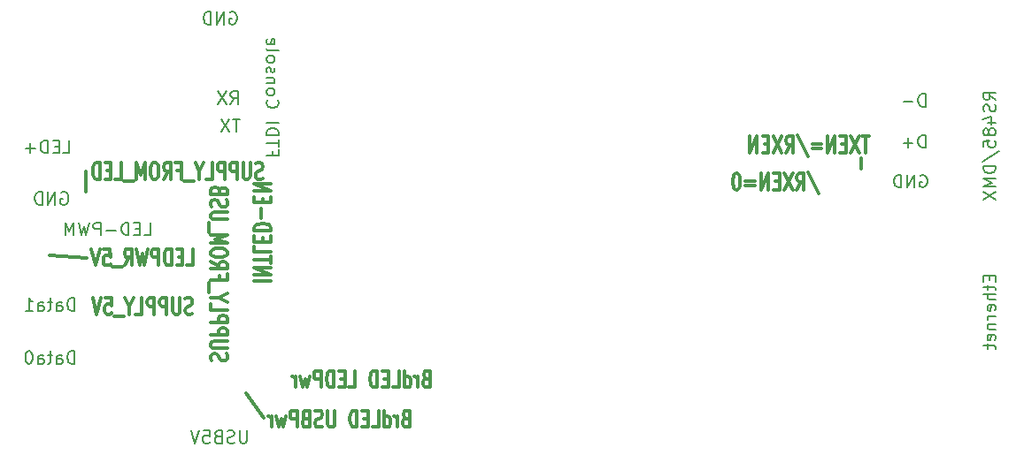
<source format=gbo>
G04 #@! TF.GenerationSoftware,KiCad,Pcbnew,7.0.5-0*
G04 #@! TF.CreationDate,2024-11-09T14:15:42+01:00*
G04 #@! TF.ProjectId,p44mini_lx,7034346d-696e-4695-9f6c-782e6b696361,rev?*
G04 #@! TF.SameCoordinates,Original*
G04 #@! TF.FileFunction,Legend,Bot*
G04 #@! TF.FilePolarity,Positive*
%FSLAX46Y46*%
G04 Gerber Fmt 4.6, Leading zero omitted, Abs format (unit mm)*
G04 Created by KiCad (PCBNEW 7.0.5-0) date 2024-11-09 14:15:42*
%MOMM*%
%LPD*%
G01*
G04 APERTURE LIST*
%ADD10C,0.300000*%
%ADD11C,0.200000*%
G04 APERTURE END LIST*
D10*
X63119000Y-64897000D02*
X66675000Y-65151000D01*
X81915000Y-78105000D02*
X83566000Y-80518000D01*
X140716000Y-55626000D02*
X140716000Y-56642000D01*
X66548000Y-58801000D02*
X66548000Y-56896000D01*
D11*
X146902707Y-50642742D02*
X146902707Y-49442742D01*
X146902707Y-49442742D02*
X146616993Y-49442742D01*
X146616993Y-49442742D02*
X146445564Y-49499885D01*
X146445564Y-49499885D02*
X146331279Y-49614171D01*
X146331279Y-49614171D02*
X146274136Y-49728457D01*
X146274136Y-49728457D02*
X146216993Y-49957028D01*
X146216993Y-49957028D02*
X146216993Y-50128457D01*
X146216993Y-50128457D02*
X146274136Y-50357028D01*
X146274136Y-50357028D02*
X146331279Y-50471314D01*
X146331279Y-50471314D02*
X146445564Y-50585600D01*
X146445564Y-50585600D02*
X146616993Y-50642742D01*
X146616993Y-50642742D02*
X146902707Y-50642742D01*
X145702707Y-50185600D02*
X144788422Y-50185600D01*
X80361136Y-41625885D02*
X80475422Y-41568742D01*
X80475422Y-41568742D02*
X80646850Y-41568742D01*
X80646850Y-41568742D02*
X80818279Y-41625885D01*
X80818279Y-41625885D02*
X80932564Y-41740171D01*
X80932564Y-41740171D02*
X80989707Y-41854457D01*
X80989707Y-41854457D02*
X81046850Y-42083028D01*
X81046850Y-42083028D02*
X81046850Y-42254457D01*
X81046850Y-42254457D02*
X80989707Y-42483028D01*
X80989707Y-42483028D02*
X80932564Y-42597314D01*
X80932564Y-42597314D02*
X80818279Y-42711600D01*
X80818279Y-42711600D02*
X80646850Y-42768742D01*
X80646850Y-42768742D02*
X80532564Y-42768742D01*
X80532564Y-42768742D02*
X80361136Y-42711600D01*
X80361136Y-42711600D02*
X80303993Y-42654457D01*
X80303993Y-42654457D02*
X80303993Y-42254457D01*
X80303993Y-42254457D02*
X80532564Y-42254457D01*
X79789707Y-42768742D02*
X79789707Y-41568742D01*
X79789707Y-41568742D02*
X79103993Y-42768742D01*
X79103993Y-42768742D02*
X79103993Y-41568742D01*
X78532564Y-42768742D02*
X78532564Y-41568742D01*
X78532564Y-41568742D02*
X78246850Y-41568742D01*
X78246850Y-41568742D02*
X78075421Y-41625885D01*
X78075421Y-41625885D02*
X77961136Y-41740171D01*
X77961136Y-41740171D02*
X77903993Y-41854457D01*
X77903993Y-41854457D02*
X77846850Y-42083028D01*
X77846850Y-42083028D02*
X77846850Y-42254457D01*
X77846850Y-42254457D02*
X77903993Y-42483028D01*
X77903993Y-42483028D02*
X77961136Y-42597314D01*
X77961136Y-42597314D02*
X78075421Y-42711600D01*
X78075421Y-42711600D02*
X78246850Y-42768742D01*
X78246850Y-42768742D02*
X78532564Y-42768742D01*
X65495707Y-70200742D02*
X65495707Y-69000742D01*
X65495707Y-69000742D02*
X65209993Y-69000742D01*
X65209993Y-69000742D02*
X65038564Y-69057885D01*
X65038564Y-69057885D02*
X64924279Y-69172171D01*
X64924279Y-69172171D02*
X64867136Y-69286457D01*
X64867136Y-69286457D02*
X64809993Y-69515028D01*
X64809993Y-69515028D02*
X64809993Y-69686457D01*
X64809993Y-69686457D02*
X64867136Y-69915028D01*
X64867136Y-69915028D02*
X64924279Y-70029314D01*
X64924279Y-70029314D02*
X65038564Y-70143600D01*
X65038564Y-70143600D02*
X65209993Y-70200742D01*
X65209993Y-70200742D02*
X65495707Y-70200742D01*
X63781422Y-70200742D02*
X63781422Y-69572171D01*
X63781422Y-69572171D02*
X63838564Y-69457885D01*
X63838564Y-69457885D02*
X63952850Y-69400742D01*
X63952850Y-69400742D02*
X64181422Y-69400742D01*
X64181422Y-69400742D02*
X64295707Y-69457885D01*
X63781422Y-70143600D02*
X63895707Y-70200742D01*
X63895707Y-70200742D02*
X64181422Y-70200742D01*
X64181422Y-70200742D02*
X64295707Y-70143600D01*
X64295707Y-70143600D02*
X64352850Y-70029314D01*
X64352850Y-70029314D02*
X64352850Y-69915028D01*
X64352850Y-69915028D02*
X64295707Y-69800742D01*
X64295707Y-69800742D02*
X64181422Y-69743600D01*
X64181422Y-69743600D02*
X63895707Y-69743600D01*
X63895707Y-69743600D02*
X63781422Y-69686457D01*
X63381422Y-69400742D02*
X62924279Y-69400742D01*
X63209993Y-69000742D02*
X63209993Y-70029314D01*
X63209993Y-70029314D02*
X63152850Y-70143600D01*
X63152850Y-70143600D02*
X63038565Y-70200742D01*
X63038565Y-70200742D02*
X62924279Y-70200742D01*
X62009994Y-70200742D02*
X62009994Y-69572171D01*
X62009994Y-69572171D02*
X62067136Y-69457885D01*
X62067136Y-69457885D02*
X62181422Y-69400742D01*
X62181422Y-69400742D02*
X62409994Y-69400742D01*
X62409994Y-69400742D02*
X62524279Y-69457885D01*
X62009994Y-70143600D02*
X62124279Y-70200742D01*
X62124279Y-70200742D02*
X62409994Y-70200742D01*
X62409994Y-70200742D02*
X62524279Y-70143600D01*
X62524279Y-70143600D02*
X62581422Y-70029314D01*
X62581422Y-70029314D02*
X62581422Y-69915028D01*
X62581422Y-69915028D02*
X62524279Y-69800742D01*
X62524279Y-69800742D02*
X62409994Y-69743600D01*
X62409994Y-69743600D02*
X62124279Y-69743600D01*
X62124279Y-69743600D02*
X62009994Y-69686457D01*
X60809994Y-70200742D02*
X61495708Y-70200742D01*
X61152851Y-70200742D02*
X61152851Y-69000742D01*
X61152851Y-69000742D02*
X61267137Y-69172171D01*
X61267137Y-69172171D02*
X61381422Y-69286457D01*
X61381422Y-69286457D02*
X61495708Y-69343600D01*
X82005707Y-81700742D02*
X82005707Y-82672171D01*
X82005707Y-82672171D02*
X81948564Y-82786457D01*
X81948564Y-82786457D02*
X81891422Y-82843600D01*
X81891422Y-82843600D02*
X81777136Y-82900742D01*
X81777136Y-82900742D02*
X81548564Y-82900742D01*
X81548564Y-82900742D02*
X81434279Y-82843600D01*
X81434279Y-82843600D02*
X81377136Y-82786457D01*
X81377136Y-82786457D02*
X81319993Y-82672171D01*
X81319993Y-82672171D02*
X81319993Y-81700742D01*
X80805707Y-82843600D02*
X80634279Y-82900742D01*
X80634279Y-82900742D02*
X80348564Y-82900742D01*
X80348564Y-82900742D02*
X80234279Y-82843600D01*
X80234279Y-82843600D02*
X80177136Y-82786457D01*
X80177136Y-82786457D02*
X80119993Y-82672171D01*
X80119993Y-82672171D02*
X80119993Y-82557885D01*
X80119993Y-82557885D02*
X80177136Y-82443600D01*
X80177136Y-82443600D02*
X80234279Y-82386457D01*
X80234279Y-82386457D02*
X80348564Y-82329314D01*
X80348564Y-82329314D02*
X80577136Y-82272171D01*
X80577136Y-82272171D02*
X80691421Y-82215028D01*
X80691421Y-82215028D02*
X80748564Y-82157885D01*
X80748564Y-82157885D02*
X80805707Y-82043600D01*
X80805707Y-82043600D02*
X80805707Y-81929314D01*
X80805707Y-81929314D02*
X80748564Y-81815028D01*
X80748564Y-81815028D02*
X80691421Y-81757885D01*
X80691421Y-81757885D02*
X80577136Y-81700742D01*
X80577136Y-81700742D02*
X80291421Y-81700742D01*
X80291421Y-81700742D02*
X80119993Y-81757885D01*
X79205707Y-82272171D02*
X79034279Y-82329314D01*
X79034279Y-82329314D02*
X78977136Y-82386457D01*
X78977136Y-82386457D02*
X78919993Y-82500742D01*
X78919993Y-82500742D02*
X78919993Y-82672171D01*
X78919993Y-82672171D02*
X78977136Y-82786457D01*
X78977136Y-82786457D02*
X79034279Y-82843600D01*
X79034279Y-82843600D02*
X79148564Y-82900742D01*
X79148564Y-82900742D02*
X79605707Y-82900742D01*
X79605707Y-82900742D02*
X79605707Y-81700742D01*
X79605707Y-81700742D02*
X79205707Y-81700742D01*
X79205707Y-81700742D02*
X79091422Y-81757885D01*
X79091422Y-81757885D02*
X79034279Y-81815028D01*
X79034279Y-81815028D02*
X78977136Y-81929314D01*
X78977136Y-81929314D02*
X78977136Y-82043600D01*
X78977136Y-82043600D02*
X79034279Y-82157885D01*
X79034279Y-82157885D02*
X79091422Y-82215028D01*
X79091422Y-82215028D02*
X79205707Y-82272171D01*
X79205707Y-82272171D02*
X79605707Y-82272171D01*
X77834279Y-81700742D02*
X78405707Y-81700742D01*
X78405707Y-81700742D02*
X78462850Y-82272171D01*
X78462850Y-82272171D02*
X78405707Y-82215028D01*
X78405707Y-82215028D02*
X78291422Y-82157885D01*
X78291422Y-82157885D02*
X78005707Y-82157885D01*
X78005707Y-82157885D02*
X77891422Y-82215028D01*
X77891422Y-82215028D02*
X77834279Y-82272171D01*
X77834279Y-82272171D02*
X77777136Y-82386457D01*
X77777136Y-82386457D02*
X77777136Y-82672171D01*
X77777136Y-82672171D02*
X77834279Y-82786457D01*
X77834279Y-82786457D02*
X77891422Y-82843600D01*
X77891422Y-82843600D02*
X78005707Y-82900742D01*
X78005707Y-82900742D02*
X78291422Y-82900742D01*
X78291422Y-82900742D02*
X78405707Y-82843600D01*
X78405707Y-82843600D02*
X78462850Y-82786457D01*
X77434279Y-81700742D02*
X77034279Y-82900742D01*
X77034279Y-82900742D02*
X76634279Y-81700742D01*
X72163279Y-62961742D02*
X72734707Y-62961742D01*
X72734707Y-62961742D02*
X72734707Y-61761742D01*
X71763278Y-62333171D02*
X71363278Y-62333171D01*
X71191850Y-62961742D02*
X71763278Y-62961742D01*
X71763278Y-62961742D02*
X71763278Y-61761742D01*
X71763278Y-61761742D02*
X71191850Y-61761742D01*
X70677564Y-62961742D02*
X70677564Y-61761742D01*
X70677564Y-61761742D02*
X70391850Y-61761742D01*
X70391850Y-61761742D02*
X70220421Y-61818885D01*
X70220421Y-61818885D02*
X70106136Y-61933171D01*
X70106136Y-61933171D02*
X70048993Y-62047457D01*
X70048993Y-62047457D02*
X69991850Y-62276028D01*
X69991850Y-62276028D02*
X69991850Y-62447457D01*
X69991850Y-62447457D02*
X70048993Y-62676028D01*
X70048993Y-62676028D02*
X70106136Y-62790314D01*
X70106136Y-62790314D02*
X70220421Y-62904600D01*
X70220421Y-62904600D02*
X70391850Y-62961742D01*
X70391850Y-62961742D02*
X70677564Y-62961742D01*
X69477564Y-62504600D02*
X68563279Y-62504600D01*
X67991850Y-62961742D02*
X67991850Y-61761742D01*
X67991850Y-61761742D02*
X67534707Y-61761742D01*
X67534707Y-61761742D02*
X67420422Y-61818885D01*
X67420422Y-61818885D02*
X67363279Y-61876028D01*
X67363279Y-61876028D02*
X67306136Y-61990314D01*
X67306136Y-61990314D02*
X67306136Y-62161742D01*
X67306136Y-62161742D02*
X67363279Y-62276028D01*
X67363279Y-62276028D02*
X67420422Y-62333171D01*
X67420422Y-62333171D02*
X67534707Y-62390314D01*
X67534707Y-62390314D02*
X67991850Y-62390314D01*
X66906136Y-61761742D02*
X66620422Y-62961742D01*
X66620422Y-62961742D02*
X66391850Y-62104600D01*
X66391850Y-62104600D02*
X66163279Y-62961742D01*
X66163279Y-62961742D02*
X65877565Y-61761742D01*
X65420421Y-62961742D02*
X65420421Y-61761742D01*
X65420421Y-61761742D02*
X65020421Y-62618885D01*
X65020421Y-62618885D02*
X64620421Y-61761742D01*
X64620421Y-61761742D02*
X64620421Y-62961742D01*
X64416279Y-55087742D02*
X64987707Y-55087742D01*
X64987707Y-55087742D02*
X64987707Y-53887742D01*
X64016278Y-54459171D02*
X63616278Y-54459171D01*
X63444850Y-55087742D02*
X64016278Y-55087742D01*
X64016278Y-55087742D02*
X64016278Y-53887742D01*
X64016278Y-53887742D02*
X63444850Y-53887742D01*
X62930564Y-55087742D02*
X62930564Y-53887742D01*
X62930564Y-53887742D02*
X62644850Y-53887742D01*
X62644850Y-53887742D02*
X62473421Y-53944885D01*
X62473421Y-53944885D02*
X62359136Y-54059171D01*
X62359136Y-54059171D02*
X62301993Y-54173457D01*
X62301993Y-54173457D02*
X62244850Y-54402028D01*
X62244850Y-54402028D02*
X62244850Y-54573457D01*
X62244850Y-54573457D02*
X62301993Y-54802028D01*
X62301993Y-54802028D02*
X62359136Y-54916314D01*
X62359136Y-54916314D02*
X62473421Y-55030600D01*
X62473421Y-55030600D02*
X62644850Y-55087742D01*
X62644850Y-55087742D02*
X62930564Y-55087742D01*
X61730564Y-54630600D02*
X60816279Y-54630600D01*
X61273421Y-55087742D02*
X61273421Y-54173457D01*
X64232136Y-58897885D02*
X64346422Y-58840742D01*
X64346422Y-58840742D02*
X64517850Y-58840742D01*
X64517850Y-58840742D02*
X64689279Y-58897885D01*
X64689279Y-58897885D02*
X64803564Y-59012171D01*
X64803564Y-59012171D02*
X64860707Y-59126457D01*
X64860707Y-59126457D02*
X64917850Y-59355028D01*
X64917850Y-59355028D02*
X64917850Y-59526457D01*
X64917850Y-59526457D02*
X64860707Y-59755028D01*
X64860707Y-59755028D02*
X64803564Y-59869314D01*
X64803564Y-59869314D02*
X64689279Y-59983600D01*
X64689279Y-59983600D02*
X64517850Y-60040742D01*
X64517850Y-60040742D02*
X64403564Y-60040742D01*
X64403564Y-60040742D02*
X64232136Y-59983600D01*
X64232136Y-59983600D02*
X64174993Y-59926457D01*
X64174993Y-59926457D02*
X64174993Y-59526457D01*
X64174993Y-59526457D02*
X64403564Y-59526457D01*
X63660707Y-60040742D02*
X63660707Y-58840742D01*
X63660707Y-58840742D02*
X62974993Y-60040742D01*
X62974993Y-60040742D02*
X62974993Y-58840742D01*
X62403564Y-60040742D02*
X62403564Y-58840742D01*
X62403564Y-58840742D02*
X62117850Y-58840742D01*
X62117850Y-58840742D02*
X61946421Y-58897885D01*
X61946421Y-58897885D02*
X61832136Y-59012171D01*
X61832136Y-59012171D02*
X61774993Y-59126457D01*
X61774993Y-59126457D02*
X61717850Y-59355028D01*
X61717850Y-59355028D02*
X61717850Y-59526457D01*
X61717850Y-59526457D02*
X61774993Y-59755028D01*
X61774993Y-59755028D02*
X61832136Y-59869314D01*
X61832136Y-59869314D02*
X61946421Y-59983600D01*
X61946421Y-59983600D02*
X62117850Y-60040742D01*
X62117850Y-60040742D02*
X62403564Y-60040742D01*
X153639742Y-49998006D02*
X153068314Y-49598006D01*
X153639742Y-49312292D02*
X152439742Y-49312292D01*
X152439742Y-49312292D02*
X152439742Y-49769435D01*
X152439742Y-49769435D02*
X152496885Y-49883720D01*
X152496885Y-49883720D02*
X152554028Y-49940863D01*
X152554028Y-49940863D02*
X152668314Y-49998006D01*
X152668314Y-49998006D02*
X152839742Y-49998006D01*
X152839742Y-49998006D02*
X152954028Y-49940863D01*
X152954028Y-49940863D02*
X153011171Y-49883720D01*
X153011171Y-49883720D02*
X153068314Y-49769435D01*
X153068314Y-49769435D02*
X153068314Y-49312292D01*
X153582600Y-50455149D02*
X153639742Y-50626578D01*
X153639742Y-50626578D02*
X153639742Y-50912292D01*
X153639742Y-50912292D02*
X153582600Y-51026578D01*
X153582600Y-51026578D02*
X153525457Y-51083720D01*
X153525457Y-51083720D02*
X153411171Y-51140863D01*
X153411171Y-51140863D02*
X153296885Y-51140863D01*
X153296885Y-51140863D02*
X153182600Y-51083720D01*
X153182600Y-51083720D02*
X153125457Y-51026578D01*
X153125457Y-51026578D02*
X153068314Y-50912292D01*
X153068314Y-50912292D02*
X153011171Y-50683720D01*
X153011171Y-50683720D02*
X152954028Y-50569435D01*
X152954028Y-50569435D02*
X152896885Y-50512292D01*
X152896885Y-50512292D02*
X152782600Y-50455149D01*
X152782600Y-50455149D02*
X152668314Y-50455149D01*
X152668314Y-50455149D02*
X152554028Y-50512292D01*
X152554028Y-50512292D02*
X152496885Y-50569435D01*
X152496885Y-50569435D02*
X152439742Y-50683720D01*
X152439742Y-50683720D02*
X152439742Y-50969435D01*
X152439742Y-50969435D02*
X152496885Y-51140863D01*
X152839742Y-52169435D02*
X153639742Y-52169435D01*
X152382600Y-51883720D02*
X153239742Y-51598006D01*
X153239742Y-51598006D02*
X153239742Y-52340863D01*
X152954028Y-52969434D02*
X152896885Y-52855149D01*
X152896885Y-52855149D02*
X152839742Y-52798006D01*
X152839742Y-52798006D02*
X152725457Y-52740863D01*
X152725457Y-52740863D02*
X152668314Y-52740863D01*
X152668314Y-52740863D02*
X152554028Y-52798006D01*
X152554028Y-52798006D02*
X152496885Y-52855149D01*
X152496885Y-52855149D02*
X152439742Y-52969434D01*
X152439742Y-52969434D02*
X152439742Y-53198006D01*
X152439742Y-53198006D02*
X152496885Y-53312292D01*
X152496885Y-53312292D02*
X152554028Y-53369434D01*
X152554028Y-53369434D02*
X152668314Y-53426577D01*
X152668314Y-53426577D02*
X152725457Y-53426577D01*
X152725457Y-53426577D02*
X152839742Y-53369434D01*
X152839742Y-53369434D02*
X152896885Y-53312292D01*
X152896885Y-53312292D02*
X152954028Y-53198006D01*
X152954028Y-53198006D02*
X152954028Y-52969434D01*
X152954028Y-52969434D02*
X153011171Y-52855149D01*
X153011171Y-52855149D02*
X153068314Y-52798006D01*
X153068314Y-52798006D02*
X153182600Y-52740863D01*
X153182600Y-52740863D02*
X153411171Y-52740863D01*
X153411171Y-52740863D02*
X153525457Y-52798006D01*
X153525457Y-52798006D02*
X153582600Y-52855149D01*
X153582600Y-52855149D02*
X153639742Y-52969434D01*
X153639742Y-52969434D02*
X153639742Y-53198006D01*
X153639742Y-53198006D02*
X153582600Y-53312292D01*
X153582600Y-53312292D02*
X153525457Y-53369434D01*
X153525457Y-53369434D02*
X153411171Y-53426577D01*
X153411171Y-53426577D02*
X153182600Y-53426577D01*
X153182600Y-53426577D02*
X153068314Y-53369434D01*
X153068314Y-53369434D02*
X153011171Y-53312292D01*
X153011171Y-53312292D02*
X152954028Y-53198006D01*
X152439742Y-54512291D02*
X152439742Y-53940863D01*
X152439742Y-53940863D02*
X153011171Y-53883720D01*
X153011171Y-53883720D02*
X152954028Y-53940863D01*
X152954028Y-53940863D02*
X152896885Y-54055149D01*
X152896885Y-54055149D02*
X152896885Y-54340863D01*
X152896885Y-54340863D02*
X152954028Y-54455149D01*
X152954028Y-54455149D02*
X153011171Y-54512291D01*
X153011171Y-54512291D02*
X153125457Y-54569434D01*
X153125457Y-54569434D02*
X153411171Y-54569434D01*
X153411171Y-54569434D02*
X153525457Y-54512291D01*
X153525457Y-54512291D02*
X153582600Y-54455149D01*
X153582600Y-54455149D02*
X153639742Y-54340863D01*
X153639742Y-54340863D02*
X153639742Y-54055149D01*
X153639742Y-54055149D02*
X153582600Y-53940863D01*
X153582600Y-53940863D02*
X153525457Y-53883720D01*
X152382600Y-55940863D02*
X153925457Y-54912291D01*
X153639742Y-56340863D02*
X152439742Y-56340863D01*
X152439742Y-56340863D02*
X152439742Y-56626577D01*
X152439742Y-56626577D02*
X152496885Y-56798006D01*
X152496885Y-56798006D02*
X152611171Y-56912291D01*
X152611171Y-56912291D02*
X152725457Y-56969434D01*
X152725457Y-56969434D02*
X152954028Y-57026577D01*
X152954028Y-57026577D02*
X153125457Y-57026577D01*
X153125457Y-57026577D02*
X153354028Y-56969434D01*
X153354028Y-56969434D02*
X153468314Y-56912291D01*
X153468314Y-56912291D02*
X153582600Y-56798006D01*
X153582600Y-56798006D02*
X153639742Y-56626577D01*
X153639742Y-56626577D02*
X153639742Y-56340863D01*
X153639742Y-57540863D02*
X152439742Y-57540863D01*
X152439742Y-57540863D02*
X153296885Y-57940863D01*
X153296885Y-57940863D02*
X152439742Y-58340863D01*
X152439742Y-58340863D02*
X153639742Y-58340863D01*
X152439742Y-58798006D02*
X153639742Y-59598006D01*
X152439742Y-59598006D02*
X153639742Y-58798006D01*
X65495707Y-75280742D02*
X65495707Y-74080742D01*
X65495707Y-74080742D02*
X65209993Y-74080742D01*
X65209993Y-74080742D02*
X65038564Y-74137885D01*
X65038564Y-74137885D02*
X64924279Y-74252171D01*
X64924279Y-74252171D02*
X64867136Y-74366457D01*
X64867136Y-74366457D02*
X64809993Y-74595028D01*
X64809993Y-74595028D02*
X64809993Y-74766457D01*
X64809993Y-74766457D02*
X64867136Y-74995028D01*
X64867136Y-74995028D02*
X64924279Y-75109314D01*
X64924279Y-75109314D02*
X65038564Y-75223600D01*
X65038564Y-75223600D02*
X65209993Y-75280742D01*
X65209993Y-75280742D02*
X65495707Y-75280742D01*
X63781422Y-75280742D02*
X63781422Y-74652171D01*
X63781422Y-74652171D02*
X63838564Y-74537885D01*
X63838564Y-74537885D02*
X63952850Y-74480742D01*
X63952850Y-74480742D02*
X64181422Y-74480742D01*
X64181422Y-74480742D02*
X64295707Y-74537885D01*
X63781422Y-75223600D02*
X63895707Y-75280742D01*
X63895707Y-75280742D02*
X64181422Y-75280742D01*
X64181422Y-75280742D02*
X64295707Y-75223600D01*
X64295707Y-75223600D02*
X64352850Y-75109314D01*
X64352850Y-75109314D02*
X64352850Y-74995028D01*
X64352850Y-74995028D02*
X64295707Y-74880742D01*
X64295707Y-74880742D02*
X64181422Y-74823600D01*
X64181422Y-74823600D02*
X63895707Y-74823600D01*
X63895707Y-74823600D02*
X63781422Y-74766457D01*
X63381422Y-74480742D02*
X62924279Y-74480742D01*
X63209993Y-74080742D02*
X63209993Y-75109314D01*
X63209993Y-75109314D02*
X63152850Y-75223600D01*
X63152850Y-75223600D02*
X63038565Y-75280742D01*
X63038565Y-75280742D02*
X62924279Y-75280742D01*
X62009994Y-75280742D02*
X62009994Y-74652171D01*
X62009994Y-74652171D02*
X62067136Y-74537885D01*
X62067136Y-74537885D02*
X62181422Y-74480742D01*
X62181422Y-74480742D02*
X62409994Y-74480742D01*
X62409994Y-74480742D02*
X62524279Y-74537885D01*
X62009994Y-75223600D02*
X62124279Y-75280742D01*
X62124279Y-75280742D02*
X62409994Y-75280742D01*
X62409994Y-75280742D02*
X62524279Y-75223600D01*
X62524279Y-75223600D02*
X62581422Y-75109314D01*
X62581422Y-75109314D02*
X62581422Y-74995028D01*
X62581422Y-74995028D02*
X62524279Y-74880742D01*
X62524279Y-74880742D02*
X62409994Y-74823600D01*
X62409994Y-74823600D02*
X62124279Y-74823600D01*
X62124279Y-74823600D02*
X62009994Y-74766457D01*
X61209994Y-74080742D02*
X61095708Y-74080742D01*
X61095708Y-74080742D02*
X60981422Y-74137885D01*
X60981422Y-74137885D02*
X60924280Y-74195028D01*
X60924280Y-74195028D02*
X60867137Y-74309314D01*
X60867137Y-74309314D02*
X60809994Y-74537885D01*
X60809994Y-74537885D02*
X60809994Y-74823600D01*
X60809994Y-74823600D02*
X60867137Y-75052171D01*
X60867137Y-75052171D02*
X60924280Y-75166457D01*
X60924280Y-75166457D02*
X60981422Y-75223600D01*
X60981422Y-75223600D02*
X61095708Y-75280742D01*
X61095708Y-75280742D02*
X61209994Y-75280742D01*
X61209994Y-75280742D02*
X61324280Y-75223600D01*
X61324280Y-75223600D02*
X61381422Y-75166457D01*
X61381422Y-75166457D02*
X61438565Y-75052171D01*
X61438565Y-75052171D02*
X61495708Y-74823600D01*
X61495708Y-74823600D02*
X61495708Y-74537885D01*
X61495708Y-74537885D02*
X61438565Y-74309314D01*
X61438565Y-74309314D02*
X61381422Y-74195028D01*
X61381422Y-74195028D02*
X61324280Y-74137885D01*
X61324280Y-74137885D02*
X61209994Y-74080742D01*
X153011171Y-66838292D02*
X153011171Y-67238292D01*
X153639742Y-67409720D02*
X153639742Y-66838292D01*
X153639742Y-66838292D02*
X152439742Y-66838292D01*
X152439742Y-66838292D02*
X152439742Y-67409720D01*
X152839742Y-67752577D02*
X152839742Y-68209720D01*
X152439742Y-67924006D02*
X153468314Y-67924006D01*
X153468314Y-67924006D02*
X153582600Y-67981149D01*
X153582600Y-67981149D02*
X153639742Y-68095434D01*
X153639742Y-68095434D02*
X153639742Y-68209720D01*
X153639742Y-68609720D02*
X152439742Y-68609720D01*
X153639742Y-69124006D02*
X153011171Y-69124006D01*
X153011171Y-69124006D02*
X152896885Y-69066863D01*
X152896885Y-69066863D02*
X152839742Y-68952577D01*
X152839742Y-68952577D02*
X152839742Y-68781148D01*
X152839742Y-68781148D02*
X152896885Y-68666863D01*
X152896885Y-68666863D02*
X152954028Y-68609720D01*
X153582600Y-70152577D02*
X153639742Y-70038291D01*
X153639742Y-70038291D02*
X153639742Y-69809720D01*
X153639742Y-69809720D02*
X153582600Y-69695434D01*
X153582600Y-69695434D02*
X153468314Y-69638291D01*
X153468314Y-69638291D02*
X153011171Y-69638291D01*
X153011171Y-69638291D02*
X152896885Y-69695434D01*
X152896885Y-69695434D02*
X152839742Y-69809720D01*
X152839742Y-69809720D02*
X152839742Y-70038291D01*
X152839742Y-70038291D02*
X152896885Y-70152577D01*
X152896885Y-70152577D02*
X153011171Y-70209720D01*
X153011171Y-70209720D02*
X153125457Y-70209720D01*
X153125457Y-70209720D02*
X153239742Y-69638291D01*
X153639742Y-70724005D02*
X152839742Y-70724005D01*
X153068314Y-70724005D02*
X152954028Y-70781148D01*
X152954028Y-70781148D02*
X152896885Y-70838291D01*
X152896885Y-70838291D02*
X152839742Y-70952576D01*
X152839742Y-70952576D02*
X152839742Y-71066862D01*
X152839742Y-71466862D02*
X153639742Y-71466862D01*
X152954028Y-71466862D02*
X152896885Y-71524005D01*
X152896885Y-71524005D02*
X152839742Y-71638290D01*
X152839742Y-71638290D02*
X152839742Y-71809719D01*
X152839742Y-71809719D02*
X152896885Y-71924005D01*
X152896885Y-71924005D02*
X153011171Y-71981148D01*
X153011171Y-71981148D02*
X153639742Y-71981148D01*
X153582600Y-73009719D02*
X153639742Y-72895433D01*
X153639742Y-72895433D02*
X153639742Y-72666862D01*
X153639742Y-72666862D02*
X153582600Y-72552576D01*
X153582600Y-72552576D02*
X153468314Y-72495433D01*
X153468314Y-72495433D02*
X153011171Y-72495433D01*
X153011171Y-72495433D02*
X152896885Y-72552576D01*
X152896885Y-72552576D02*
X152839742Y-72666862D01*
X152839742Y-72666862D02*
X152839742Y-72895433D01*
X152839742Y-72895433D02*
X152896885Y-73009719D01*
X152896885Y-73009719D02*
X153011171Y-73066862D01*
X153011171Y-73066862D02*
X153125457Y-73066862D01*
X153125457Y-73066862D02*
X153239742Y-72495433D01*
X152839742Y-73409718D02*
X152839742Y-73866861D01*
X152439742Y-73581147D02*
X153468314Y-73581147D01*
X153468314Y-73581147D02*
X153582600Y-73638290D01*
X153582600Y-73638290D02*
X153639742Y-73752575D01*
X153639742Y-73752575D02*
X153639742Y-73866861D01*
X81288136Y-51855742D02*
X80602422Y-51855742D01*
X80945279Y-53055742D02*
X80945279Y-51855742D01*
X80316707Y-51855742D02*
X79516707Y-53055742D01*
X79516707Y-51855742D02*
X80316707Y-53055742D01*
X146902707Y-54579742D02*
X146902707Y-53379742D01*
X146902707Y-53379742D02*
X146616993Y-53379742D01*
X146616993Y-53379742D02*
X146445564Y-53436885D01*
X146445564Y-53436885D02*
X146331279Y-53551171D01*
X146331279Y-53551171D02*
X146274136Y-53665457D01*
X146274136Y-53665457D02*
X146216993Y-53894028D01*
X146216993Y-53894028D02*
X146216993Y-54065457D01*
X146216993Y-54065457D02*
X146274136Y-54294028D01*
X146274136Y-54294028D02*
X146331279Y-54408314D01*
X146331279Y-54408314D02*
X146445564Y-54522600D01*
X146445564Y-54522600D02*
X146616993Y-54579742D01*
X146616993Y-54579742D02*
X146902707Y-54579742D01*
X145702707Y-54122600D02*
X144788422Y-54122600D01*
X145245564Y-54579742D02*
X145245564Y-53665457D01*
X84478828Y-54935707D02*
X84478828Y-55335707D01*
X83850257Y-55335707D02*
X85050257Y-55335707D01*
X85050257Y-55335707D02*
X85050257Y-54764279D01*
X85050257Y-54478565D02*
X85050257Y-53792851D01*
X83850257Y-54135708D02*
X85050257Y-54135708D01*
X83850257Y-53392850D02*
X85050257Y-53392850D01*
X85050257Y-53392850D02*
X85050257Y-53107136D01*
X85050257Y-53107136D02*
X84993114Y-52935707D01*
X84993114Y-52935707D02*
X84878828Y-52821422D01*
X84878828Y-52821422D02*
X84764542Y-52764279D01*
X84764542Y-52764279D02*
X84535971Y-52707136D01*
X84535971Y-52707136D02*
X84364542Y-52707136D01*
X84364542Y-52707136D02*
X84135971Y-52764279D01*
X84135971Y-52764279D02*
X84021685Y-52821422D01*
X84021685Y-52821422D02*
X83907400Y-52935707D01*
X83907400Y-52935707D02*
X83850257Y-53107136D01*
X83850257Y-53107136D02*
X83850257Y-53392850D01*
X83850257Y-52192850D02*
X85050257Y-52192850D01*
X83964542Y-50021421D02*
X83907400Y-50078564D01*
X83907400Y-50078564D02*
X83850257Y-50249992D01*
X83850257Y-50249992D02*
X83850257Y-50364278D01*
X83850257Y-50364278D02*
X83907400Y-50535707D01*
X83907400Y-50535707D02*
X84021685Y-50649992D01*
X84021685Y-50649992D02*
X84135971Y-50707135D01*
X84135971Y-50707135D02*
X84364542Y-50764278D01*
X84364542Y-50764278D02*
X84535971Y-50764278D01*
X84535971Y-50764278D02*
X84764542Y-50707135D01*
X84764542Y-50707135D02*
X84878828Y-50649992D01*
X84878828Y-50649992D02*
X84993114Y-50535707D01*
X84993114Y-50535707D02*
X85050257Y-50364278D01*
X85050257Y-50364278D02*
X85050257Y-50249992D01*
X85050257Y-50249992D02*
X84993114Y-50078564D01*
X84993114Y-50078564D02*
X84935971Y-50021421D01*
X83850257Y-49335707D02*
X83907400Y-49449992D01*
X83907400Y-49449992D02*
X83964542Y-49507135D01*
X83964542Y-49507135D02*
X84078828Y-49564278D01*
X84078828Y-49564278D02*
X84421685Y-49564278D01*
X84421685Y-49564278D02*
X84535971Y-49507135D01*
X84535971Y-49507135D02*
X84593114Y-49449992D01*
X84593114Y-49449992D02*
X84650257Y-49335707D01*
X84650257Y-49335707D02*
X84650257Y-49164278D01*
X84650257Y-49164278D02*
X84593114Y-49049992D01*
X84593114Y-49049992D02*
X84535971Y-48992850D01*
X84535971Y-48992850D02*
X84421685Y-48935707D01*
X84421685Y-48935707D02*
X84078828Y-48935707D01*
X84078828Y-48935707D02*
X83964542Y-48992850D01*
X83964542Y-48992850D02*
X83907400Y-49049992D01*
X83907400Y-49049992D02*
X83850257Y-49164278D01*
X83850257Y-49164278D02*
X83850257Y-49335707D01*
X84650257Y-48421421D02*
X83850257Y-48421421D01*
X84535971Y-48421421D02*
X84593114Y-48364278D01*
X84593114Y-48364278D02*
X84650257Y-48249993D01*
X84650257Y-48249993D02*
X84650257Y-48078564D01*
X84650257Y-48078564D02*
X84593114Y-47964278D01*
X84593114Y-47964278D02*
X84478828Y-47907136D01*
X84478828Y-47907136D02*
X83850257Y-47907136D01*
X83907400Y-47392850D02*
X83850257Y-47278564D01*
X83850257Y-47278564D02*
X83850257Y-47049993D01*
X83850257Y-47049993D02*
X83907400Y-46935707D01*
X83907400Y-46935707D02*
X84021685Y-46878564D01*
X84021685Y-46878564D02*
X84078828Y-46878564D01*
X84078828Y-46878564D02*
X84193114Y-46935707D01*
X84193114Y-46935707D02*
X84250257Y-47049993D01*
X84250257Y-47049993D02*
X84250257Y-47221422D01*
X84250257Y-47221422D02*
X84307400Y-47335707D01*
X84307400Y-47335707D02*
X84421685Y-47392850D01*
X84421685Y-47392850D02*
X84478828Y-47392850D01*
X84478828Y-47392850D02*
X84593114Y-47335707D01*
X84593114Y-47335707D02*
X84650257Y-47221422D01*
X84650257Y-47221422D02*
X84650257Y-47049993D01*
X84650257Y-47049993D02*
X84593114Y-46935707D01*
X83850257Y-46192850D02*
X83907400Y-46307135D01*
X83907400Y-46307135D02*
X83964542Y-46364278D01*
X83964542Y-46364278D02*
X84078828Y-46421421D01*
X84078828Y-46421421D02*
X84421685Y-46421421D01*
X84421685Y-46421421D02*
X84535971Y-46364278D01*
X84535971Y-46364278D02*
X84593114Y-46307135D01*
X84593114Y-46307135D02*
X84650257Y-46192850D01*
X84650257Y-46192850D02*
X84650257Y-46021421D01*
X84650257Y-46021421D02*
X84593114Y-45907135D01*
X84593114Y-45907135D02*
X84535971Y-45849993D01*
X84535971Y-45849993D02*
X84421685Y-45792850D01*
X84421685Y-45792850D02*
X84078828Y-45792850D01*
X84078828Y-45792850D02*
X83964542Y-45849993D01*
X83964542Y-45849993D02*
X83907400Y-45907135D01*
X83907400Y-45907135D02*
X83850257Y-46021421D01*
X83850257Y-46021421D02*
X83850257Y-46192850D01*
X83850257Y-45107136D02*
X83907400Y-45221421D01*
X83907400Y-45221421D02*
X84021685Y-45278564D01*
X84021685Y-45278564D02*
X85050257Y-45278564D01*
X83907400Y-44192850D02*
X83850257Y-44307136D01*
X83850257Y-44307136D02*
X83850257Y-44535708D01*
X83850257Y-44535708D02*
X83907400Y-44649993D01*
X83907400Y-44649993D02*
X84021685Y-44707136D01*
X84021685Y-44707136D02*
X84478828Y-44707136D01*
X84478828Y-44707136D02*
X84593114Y-44649993D01*
X84593114Y-44649993D02*
X84650257Y-44535708D01*
X84650257Y-44535708D02*
X84650257Y-44307136D01*
X84650257Y-44307136D02*
X84593114Y-44192850D01*
X84593114Y-44192850D02*
X84478828Y-44135708D01*
X84478828Y-44135708D02*
X84364542Y-44135708D01*
X84364542Y-44135708D02*
X84250257Y-44707136D01*
X80430993Y-50388742D02*
X80830993Y-49817314D01*
X81116707Y-50388742D02*
X81116707Y-49188742D01*
X81116707Y-49188742D02*
X80659564Y-49188742D01*
X80659564Y-49188742D02*
X80545279Y-49245885D01*
X80545279Y-49245885D02*
X80488136Y-49303028D01*
X80488136Y-49303028D02*
X80430993Y-49417314D01*
X80430993Y-49417314D02*
X80430993Y-49588742D01*
X80430993Y-49588742D02*
X80488136Y-49703028D01*
X80488136Y-49703028D02*
X80545279Y-49760171D01*
X80545279Y-49760171D02*
X80659564Y-49817314D01*
X80659564Y-49817314D02*
X81116707Y-49817314D01*
X80030993Y-49188742D02*
X79230993Y-50388742D01*
X79230993Y-49188742D02*
X80030993Y-50388742D01*
X146401136Y-57246885D02*
X146515422Y-57189742D01*
X146515422Y-57189742D02*
X146686850Y-57189742D01*
X146686850Y-57189742D02*
X146858279Y-57246885D01*
X146858279Y-57246885D02*
X146972564Y-57361171D01*
X146972564Y-57361171D02*
X147029707Y-57475457D01*
X147029707Y-57475457D02*
X147086850Y-57704028D01*
X147086850Y-57704028D02*
X147086850Y-57875457D01*
X147086850Y-57875457D02*
X147029707Y-58104028D01*
X147029707Y-58104028D02*
X146972564Y-58218314D01*
X146972564Y-58218314D02*
X146858279Y-58332600D01*
X146858279Y-58332600D02*
X146686850Y-58389742D01*
X146686850Y-58389742D02*
X146572564Y-58389742D01*
X146572564Y-58389742D02*
X146401136Y-58332600D01*
X146401136Y-58332600D02*
X146343993Y-58275457D01*
X146343993Y-58275457D02*
X146343993Y-57875457D01*
X146343993Y-57875457D02*
X146572564Y-57875457D01*
X145829707Y-58389742D02*
X145829707Y-57189742D01*
X145829707Y-57189742D02*
X145143993Y-58389742D01*
X145143993Y-58389742D02*
X145143993Y-57189742D01*
X144572564Y-58389742D02*
X144572564Y-57189742D01*
X144572564Y-57189742D02*
X144286850Y-57189742D01*
X144286850Y-57189742D02*
X144115421Y-57246885D01*
X144115421Y-57246885D02*
X144001136Y-57361171D01*
X144001136Y-57361171D02*
X143943993Y-57475457D01*
X143943993Y-57475457D02*
X143886850Y-57704028D01*
X143886850Y-57704028D02*
X143886850Y-57875457D01*
X143886850Y-57875457D02*
X143943993Y-58104028D01*
X143943993Y-58104028D02*
X144001136Y-58218314D01*
X144001136Y-58218314D02*
X144115421Y-58332600D01*
X144115421Y-58332600D02*
X144286850Y-58389742D01*
X144286850Y-58389742D02*
X144572564Y-58389742D01*
D10*
X78599600Y-75012060D02*
X78523409Y-74840632D01*
X78523409Y-74840632D02*
X78523409Y-74554917D01*
X78523409Y-74554917D02*
X78599600Y-74440632D01*
X78599600Y-74440632D02*
X78675790Y-74383489D01*
X78675790Y-74383489D02*
X78828171Y-74326346D01*
X78828171Y-74326346D02*
X78980552Y-74326346D01*
X78980552Y-74326346D02*
X79132933Y-74383489D01*
X79132933Y-74383489D02*
X79209123Y-74440632D01*
X79209123Y-74440632D02*
X79285314Y-74554917D01*
X79285314Y-74554917D02*
X79361504Y-74783489D01*
X79361504Y-74783489D02*
X79437695Y-74897774D01*
X79437695Y-74897774D02*
X79513885Y-74954917D01*
X79513885Y-74954917D02*
X79666266Y-75012060D01*
X79666266Y-75012060D02*
X79818647Y-75012060D01*
X79818647Y-75012060D02*
X79971028Y-74954917D01*
X79971028Y-74954917D02*
X80047219Y-74897774D01*
X80047219Y-74897774D02*
X80123409Y-74783489D01*
X80123409Y-74783489D02*
X80123409Y-74497774D01*
X80123409Y-74497774D02*
X80047219Y-74326346D01*
X80123409Y-73812060D02*
X78828171Y-73812060D01*
X78828171Y-73812060D02*
X78675790Y-73754917D01*
X78675790Y-73754917D02*
X78599600Y-73697775D01*
X78599600Y-73697775D02*
X78523409Y-73583489D01*
X78523409Y-73583489D02*
X78523409Y-73354917D01*
X78523409Y-73354917D02*
X78599600Y-73240632D01*
X78599600Y-73240632D02*
X78675790Y-73183489D01*
X78675790Y-73183489D02*
X78828171Y-73126346D01*
X78828171Y-73126346D02*
X80123409Y-73126346D01*
X78523409Y-72554917D02*
X80123409Y-72554917D01*
X80123409Y-72554917D02*
X80123409Y-72097774D01*
X80123409Y-72097774D02*
X80047219Y-71983489D01*
X80047219Y-71983489D02*
X79971028Y-71926346D01*
X79971028Y-71926346D02*
X79818647Y-71869203D01*
X79818647Y-71869203D02*
X79590076Y-71869203D01*
X79590076Y-71869203D02*
X79437695Y-71926346D01*
X79437695Y-71926346D02*
X79361504Y-71983489D01*
X79361504Y-71983489D02*
X79285314Y-72097774D01*
X79285314Y-72097774D02*
X79285314Y-72554917D01*
X78523409Y-71354917D02*
X80123409Y-71354917D01*
X80123409Y-71354917D02*
X80123409Y-70897774D01*
X80123409Y-70897774D02*
X80047219Y-70783489D01*
X80047219Y-70783489D02*
X79971028Y-70726346D01*
X79971028Y-70726346D02*
X79818647Y-70669203D01*
X79818647Y-70669203D02*
X79590076Y-70669203D01*
X79590076Y-70669203D02*
X79437695Y-70726346D01*
X79437695Y-70726346D02*
X79361504Y-70783489D01*
X79361504Y-70783489D02*
X79285314Y-70897774D01*
X79285314Y-70897774D02*
X79285314Y-71354917D01*
X78523409Y-69583489D02*
X78523409Y-70154917D01*
X78523409Y-70154917D02*
X80123409Y-70154917D01*
X79285314Y-68954917D02*
X78523409Y-68954917D01*
X80123409Y-69354917D02*
X79285314Y-68954917D01*
X79285314Y-68954917D02*
X80123409Y-68554917D01*
X78371028Y-68440632D02*
X78371028Y-67526346D01*
X79361504Y-66840631D02*
X79361504Y-67240631D01*
X78523409Y-67240631D02*
X80123409Y-67240631D01*
X80123409Y-67240631D02*
X80123409Y-66669203D01*
X78523409Y-65526346D02*
X79285314Y-65926346D01*
X78523409Y-66212060D02*
X80123409Y-66212060D01*
X80123409Y-66212060D02*
X80123409Y-65754917D01*
X80123409Y-65754917D02*
X80047219Y-65640632D01*
X80047219Y-65640632D02*
X79971028Y-65583489D01*
X79971028Y-65583489D02*
X79818647Y-65526346D01*
X79818647Y-65526346D02*
X79590076Y-65526346D01*
X79590076Y-65526346D02*
X79437695Y-65583489D01*
X79437695Y-65583489D02*
X79361504Y-65640632D01*
X79361504Y-65640632D02*
X79285314Y-65754917D01*
X79285314Y-65754917D02*
X79285314Y-66212060D01*
X80123409Y-64783489D02*
X80123409Y-64554917D01*
X80123409Y-64554917D02*
X80047219Y-64440632D01*
X80047219Y-64440632D02*
X79894838Y-64326346D01*
X79894838Y-64326346D02*
X79590076Y-64269203D01*
X79590076Y-64269203D02*
X79056742Y-64269203D01*
X79056742Y-64269203D02*
X78751980Y-64326346D01*
X78751980Y-64326346D02*
X78599600Y-64440632D01*
X78599600Y-64440632D02*
X78523409Y-64554917D01*
X78523409Y-64554917D02*
X78523409Y-64783489D01*
X78523409Y-64783489D02*
X78599600Y-64897775D01*
X78599600Y-64897775D02*
X78751980Y-65012060D01*
X78751980Y-65012060D02*
X79056742Y-65069203D01*
X79056742Y-65069203D02*
X79590076Y-65069203D01*
X79590076Y-65069203D02*
X79894838Y-65012060D01*
X79894838Y-65012060D02*
X80047219Y-64897775D01*
X80047219Y-64897775D02*
X80123409Y-64783489D01*
X78523409Y-63754917D02*
X80123409Y-63754917D01*
X80123409Y-63754917D02*
X78980552Y-63354917D01*
X78980552Y-63354917D02*
X80123409Y-62954917D01*
X80123409Y-62954917D02*
X78523409Y-62954917D01*
X78371028Y-62669203D02*
X78371028Y-61754917D01*
X80123409Y-61469202D02*
X78828171Y-61469202D01*
X78828171Y-61469202D02*
X78675790Y-61412059D01*
X78675790Y-61412059D02*
X78599600Y-61354917D01*
X78599600Y-61354917D02*
X78523409Y-61240631D01*
X78523409Y-61240631D02*
X78523409Y-61012059D01*
X78523409Y-61012059D02*
X78599600Y-60897774D01*
X78599600Y-60897774D02*
X78675790Y-60840631D01*
X78675790Y-60840631D02*
X78828171Y-60783488D01*
X78828171Y-60783488D02*
X80123409Y-60783488D01*
X78599600Y-60269202D02*
X78523409Y-60097774D01*
X78523409Y-60097774D02*
X78523409Y-59812059D01*
X78523409Y-59812059D02*
X78599600Y-59697774D01*
X78599600Y-59697774D02*
X78675790Y-59640631D01*
X78675790Y-59640631D02*
X78828171Y-59583488D01*
X78828171Y-59583488D02*
X78980552Y-59583488D01*
X78980552Y-59583488D02*
X79132933Y-59640631D01*
X79132933Y-59640631D02*
X79209123Y-59697774D01*
X79209123Y-59697774D02*
X79285314Y-59812059D01*
X79285314Y-59812059D02*
X79361504Y-60040631D01*
X79361504Y-60040631D02*
X79437695Y-60154916D01*
X79437695Y-60154916D02*
X79513885Y-60212059D01*
X79513885Y-60212059D02*
X79666266Y-60269202D01*
X79666266Y-60269202D02*
X79818647Y-60269202D01*
X79818647Y-60269202D02*
X79971028Y-60212059D01*
X79971028Y-60212059D02*
X80047219Y-60154916D01*
X80047219Y-60154916D02*
X80123409Y-60040631D01*
X80123409Y-60040631D02*
X80123409Y-59754916D01*
X80123409Y-59754916D02*
X80047219Y-59583488D01*
X79361504Y-58669202D02*
X79285314Y-58497774D01*
X79285314Y-58497774D02*
X79209123Y-58440631D01*
X79209123Y-58440631D02*
X79056742Y-58383488D01*
X79056742Y-58383488D02*
X78828171Y-58383488D01*
X78828171Y-58383488D02*
X78675790Y-58440631D01*
X78675790Y-58440631D02*
X78599600Y-58497774D01*
X78599600Y-58497774D02*
X78523409Y-58612059D01*
X78523409Y-58612059D02*
X78523409Y-59069202D01*
X78523409Y-59069202D02*
X80123409Y-59069202D01*
X80123409Y-59069202D02*
X80123409Y-58669202D01*
X80123409Y-58669202D02*
X80047219Y-58554917D01*
X80047219Y-58554917D02*
X79971028Y-58497774D01*
X79971028Y-58497774D02*
X79818647Y-58440631D01*
X79818647Y-58440631D02*
X79666266Y-58440631D01*
X79666266Y-58440631D02*
X79513885Y-58497774D01*
X79513885Y-58497774D02*
X79437695Y-58554917D01*
X79437695Y-58554917D02*
X79361504Y-58669202D01*
X79361504Y-58669202D02*
X79361504Y-59069202D01*
X82714409Y-67334917D02*
X84314409Y-67334917D01*
X82714409Y-66763488D02*
X84314409Y-66763488D01*
X84314409Y-66763488D02*
X82714409Y-66077774D01*
X82714409Y-66077774D02*
X84314409Y-66077774D01*
X84314409Y-65677774D02*
X84314409Y-64992060D01*
X82714409Y-65334917D02*
X84314409Y-65334917D01*
X82714409Y-64020631D02*
X82714409Y-64592059D01*
X82714409Y-64592059D02*
X84314409Y-64592059D01*
X83552504Y-63620630D02*
X83552504Y-63220630D01*
X82714409Y-63049202D02*
X82714409Y-63620630D01*
X82714409Y-63620630D02*
X84314409Y-63620630D01*
X84314409Y-63620630D02*
X84314409Y-63049202D01*
X82714409Y-62534916D02*
X84314409Y-62534916D01*
X84314409Y-62534916D02*
X84314409Y-62249202D01*
X84314409Y-62249202D02*
X84238219Y-62077773D01*
X84238219Y-62077773D02*
X84085838Y-61963488D01*
X84085838Y-61963488D02*
X83933457Y-61906345D01*
X83933457Y-61906345D02*
X83628695Y-61849202D01*
X83628695Y-61849202D02*
X83400123Y-61849202D01*
X83400123Y-61849202D02*
X83095361Y-61906345D01*
X83095361Y-61906345D02*
X82942980Y-61963488D01*
X82942980Y-61963488D02*
X82790600Y-62077773D01*
X82790600Y-62077773D02*
X82714409Y-62249202D01*
X82714409Y-62249202D02*
X82714409Y-62534916D01*
X83323933Y-61334916D02*
X83323933Y-60420631D01*
X83552504Y-59849202D02*
X83552504Y-59449202D01*
X82714409Y-59277774D02*
X82714409Y-59849202D01*
X82714409Y-59849202D02*
X84314409Y-59849202D01*
X84314409Y-59849202D02*
X84314409Y-59277774D01*
X82714409Y-58763488D02*
X84314409Y-58763488D01*
X84314409Y-58763488D02*
X82714409Y-58077774D01*
X82714409Y-58077774D02*
X84314409Y-58077774D01*
X97204653Y-80531495D02*
X97033225Y-80607685D01*
X97033225Y-80607685D02*
X96976082Y-80683876D01*
X96976082Y-80683876D02*
X96918939Y-80836257D01*
X96918939Y-80836257D02*
X96918939Y-81064828D01*
X96918939Y-81064828D02*
X96976082Y-81217209D01*
X96976082Y-81217209D02*
X97033225Y-81293400D01*
X97033225Y-81293400D02*
X97147510Y-81369590D01*
X97147510Y-81369590D02*
X97604653Y-81369590D01*
X97604653Y-81369590D02*
X97604653Y-79769590D01*
X97604653Y-79769590D02*
X97204653Y-79769590D01*
X97204653Y-79769590D02*
X97090368Y-79845780D01*
X97090368Y-79845780D02*
X97033225Y-79921971D01*
X97033225Y-79921971D02*
X96976082Y-80074352D01*
X96976082Y-80074352D02*
X96976082Y-80226733D01*
X96976082Y-80226733D02*
X97033225Y-80379114D01*
X97033225Y-80379114D02*
X97090368Y-80455304D01*
X97090368Y-80455304D02*
X97204653Y-80531495D01*
X97204653Y-80531495D02*
X97604653Y-80531495D01*
X96404653Y-81369590D02*
X96404653Y-80302923D01*
X96404653Y-80607685D02*
X96347510Y-80455304D01*
X96347510Y-80455304D02*
X96290368Y-80379114D01*
X96290368Y-80379114D02*
X96176082Y-80302923D01*
X96176082Y-80302923D02*
X96061796Y-80302923D01*
X95147511Y-81369590D02*
X95147511Y-79769590D01*
X95147511Y-81293400D02*
X95261796Y-81369590D01*
X95261796Y-81369590D02*
X95490368Y-81369590D01*
X95490368Y-81369590D02*
X95604653Y-81293400D01*
X95604653Y-81293400D02*
X95661796Y-81217209D01*
X95661796Y-81217209D02*
X95718939Y-81064828D01*
X95718939Y-81064828D02*
X95718939Y-80607685D01*
X95718939Y-80607685D02*
X95661796Y-80455304D01*
X95661796Y-80455304D02*
X95604653Y-80379114D01*
X95604653Y-80379114D02*
X95490368Y-80302923D01*
X95490368Y-80302923D02*
X95261796Y-80302923D01*
X95261796Y-80302923D02*
X95147511Y-80379114D01*
X94004654Y-81369590D02*
X94576082Y-81369590D01*
X94576082Y-81369590D02*
X94576082Y-79769590D01*
X93604653Y-80531495D02*
X93204653Y-80531495D01*
X93033225Y-81369590D02*
X93604653Y-81369590D01*
X93604653Y-81369590D02*
X93604653Y-79769590D01*
X93604653Y-79769590D02*
X93033225Y-79769590D01*
X92518939Y-81369590D02*
X92518939Y-79769590D01*
X92518939Y-79769590D02*
X92233225Y-79769590D01*
X92233225Y-79769590D02*
X92061796Y-79845780D01*
X92061796Y-79845780D02*
X91947511Y-79998161D01*
X91947511Y-79998161D02*
X91890368Y-80150542D01*
X91890368Y-80150542D02*
X91833225Y-80455304D01*
X91833225Y-80455304D02*
X91833225Y-80683876D01*
X91833225Y-80683876D02*
X91890368Y-80988638D01*
X91890368Y-80988638D02*
X91947511Y-81141019D01*
X91947511Y-81141019D02*
X92061796Y-81293400D01*
X92061796Y-81293400D02*
X92233225Y-81369590D01*
X92233225Y-81369590D02*
X92518939Y-81369590D01*
X90404653Y-79769590D02*
X90404653Y-81064828D01*
X90404653Y-81064828D02*
X90347510Y-81217209D01*
X90347510Y-81217209D02*
X90290368Y-81293400D01*
X90290368Y-81293400D02*
X90176082Y-81369590D01*
X90176082Y-81369590D02*
X89947510Y-81369590D01*
X89947510Y-81369590D02*
X89833225Y-81293400D01*
X89833225Y-81293400D02*
X89776082Y-81217209D01*
X89776082Y-81217209D02*
X89718939Y-81064828D01*
X89718939Y-81064828D02*
X89718939Y-79769590D01*
X89204653Y-81293400D02*
X89033225Y-81369590D01*
X89033225Y-81369590D02*
X88747510Y-81369590D01*
X88747510Y-81369590D02*
X88633225Y-81293400D01*
X88633225Y-81293400D02*
X88576082Y-81217209D01*
X88576082Y-81217209D02*
X88518939Y-81064828D01*
X88518939Y-81064828D02*
X88518939Y-80912447D01*
X88518939Y-80912447D02*
X88576082Y-80760066D01*
X88576082Y-80760066D02*
X88633225Y-80683876D01*
X88633225Y-80683876D02*
X88747510Y-80607685D01*
X88747510Y-80607685D02*
X88976082Y-80531495D01*
X88976082Y-80531495D02*
X89090367Y-80455304D01*
X89090367Y-80455304D02*
X89147510Y-80379114D01*
X89147510Y-80379114D02*
X89204653Y-80226733D01*
X89204653Y-80226733D02*
X89204653Y-80074352D01*
X89204653Y-80074352D02*
X89147510Y-79921971D01*
X89147510Y-79921971D02*
X89090367Y-79845780D01*
X89090367Y-79845780D02*
X88976082Y-79769590D01*
X88976082Y-79769590D02*
X88690367Y-79769590D01*
X88690367Y-79769590D02*
X88518939Y-79845780D01*
X87604653Y-80531495D02*
X87433225Y-80607685D01*
X87433225Y-80607685D02*
X87376082Y-80683876D01*
X87376082Y-80683876D02*
X87318939Y-80836257D01*
X87318939Y-80836257D02*
X87318939Y-81064828D01*
X87318939Y-81064828D02*
X87376082Y-81217209D01*
X87376082Y-81217209D02*
X87433225Y-81293400D01*
X87433225Y-81293400D02*
X87547510Y-81369590D01*
X87547510Y-81369590D02*
X88004653Y-81369590D01*
X88004653Y-81369590D02*
X88004653Y-79769590D01*
X88004653Y-79769590D02*
X87604653Y-79769590D01*
X87604653Y-79769590D02*
X87490368Y-79845780D01*
X87490368Y-79845780D02*
X87433225Y-79921971D01*
X87433225Y-79921971D02*
X87376082Y-80074352D01*
X87376082Y-80074352D02*
X87376082Y-80226733D01*
X87376082Y-80226733D02*
X87433225Y-80379114D01*
X87433225Y-80379114D02*
X87490368Y-80455304D01*
X87490368Y-80455304D02*
X87604653Y-80531495D01*
X87604653Y-80531495D02*
X88004653Y-80531495D01*
X86804653Y-81369590D02*
X86804653Y-79769590D01*
X86804653Y-79769590D02*
X86347510Y-79769590D01*
X86347510Y-79769590D02*
X86233225Y-79845780D01*
X86233225Y-79845780D02*
X86176082Y-79921971D01*
X86176082Y-79921971D02*
X86118939Y-80074352D01*
X86118939Y-80074352D02*
X86118939Y-80302923D01*
X86118939Y-80302923D02*
X86176082Y-80455304D01*
X86176082Y-80455304D02*
X86233225Y-80531495D01*
X86233225Y-80531495D02*
X86347510Y-80607685D01*
X86347510Y-80607685D02*
X86804653Y-80607685D01*
X85718939Y-80302923D02*
X85490368Y-81369590D01*
X85490368Y-81369590D02*
X85261796Y-80607685D01*
X85261796Y-80607685D02*
X85033225Y-81369590D01*
X85033225Y-81369590D02*
X84804653Y-80302923D01*
X84347510Y-81369590D02*
X84347510Y-80302923D01*
X84347510Y-80607685D02*
X84290367Y-80455304D01*
X84290367Y-80455304D02*
X84233225Y-80379114D01*
X84233225Y-80379114D02*
X84118939Y-80302923D01*
X84118939Y-80302923D02*
X84004653Y-80302923D01*
X135692774Y-56960400D02*
X136721346Y-59017542D01*
X134607060Y-58636590D02*
X135007060Y-57874685D01*
X135292774Y-58636590D02*
X135292774Y-57036590D01*
X135292774Y-57036590D02*
X134835631Y-57036590D01*
X134835631Y-57036590D02*
X134721346Y-57112780D01*
X134721346Y-57112780D02*
X134664203Y-57188971D01*
X134664203Y-57188971D02*
X134607060Y-57341352D01*
X134607060Y-57341352D02*
X134607060Y-57569923D01*
X134607060Y-57569923D02*
X134664203Y-57722304D01*
X134664203Y-57722304D02*
X134721346Y-57798495D01*
X134721346Y-57798495D02*
X134835631Y-57874685D01*
X134835631Y-57874685D02*
X135292774Y-57874685D01*
X134207060Y-57036590D02*
X133407060Y-58636590D01*
X133407060Y-57036590D02*
X134207060Y-58636590D01*
X132949917Y-57798495D02*
X132549917Y-57798495D01*
X132378489Y-58636590D02*
X132949917Y-58636590D01*
X132949917Y-58636590D02*
X132949917Y-57036590D01*
X132949917Y-57036590D02*
X132378489Y-57036590D01*
X131864203Y-58636590D02*
X131864203Y-57036590D01*
X131864203Y-57036590D02*
X131178489Y-58636590D01*
X131178489Y-58636590D02*
X131178489Y-57036590D01*
X130607060Y-57798495D02*
X129692775Y-57798495D01*
X129692775Y-58255638D02*
X130607060Y-58255638D01*
X128892775Y-57036590D02*
X128778489Y-57036590D01*
X128778489Y-57036590D02*
X128664203Y-57112780D01*
X128664203Y-57112780D02*
X128607061Y-57188971D01*
X128607061Y-57188971D02*
X128549918Y-57341352D01*
X128549918Y-57341352D02*
X128492775Y-57646114D01*
X128492775Y-57646114D02*
X128492775Y-58027066D01*
X128492775Y-58027066D02*
X128549918Y-58331828D01*
X128549918Y-58331828D02*
X128607061Y-58484209D01*
X128607061Y-58484209D02*
X128664203Y-58560400D01*
X128664203Y-58560400D02*
X128778489Y-58636590D01*
X128778489Y-58636590D02*
X128892775Y-58636590D01*
X128892775Y-58636590D02*
X129007061Y-58560400D01*
X129007061Y-58560400D02*
X129064203Y-58484209D01*
X129064203Y-58484209D02*
X129121346Y-58331828D01*
X129121346Y-58331828D02*
X129178489Y-58027066D01*
X129178489Y-58027066D02*
X129178489Y-57646114D01*
X129178489Y-57646114D02*
X129121346Y-57341352D01*
X129121346Y-57341352D02*
X129064203Y-57188971D01*
X129064203Y-57188971D02*
X129007061Y-57112780D01*
X129007061Y-57112780D02*
X128892775Y-57036590D01*
X76790060Y-70498400D02*
X76618632Y-70574590D01*
X76618632Y-70574590D02*
X76332917Y-70574590D01*
X76332917Y-70574590D02*
X76218632Y-70498400D01*
X76218632Y-70498400D02*
X76161489Y-70422209D01*
X76161489Y-70422209D02*
X76104346Y-70269828D01*
X76104346Y-70269828D02*
X76104346Y-70117447D01*
X76104346Y-70117447D02*
X76161489Y-69965066D01*
X76161489Y-69965066D02*
X76218632Y-69888876D01*
X76218632Y-69888876D02*
X76332917Y-69812685D01*
X76332917Y-69812685D02*
X76561489Y-69736495D01*
X76561489Y-69736495D02*
X76675774Y-69660304D01*
X76675774Y-69660304D02*
X76732917Y-69584114D01*
X76732917Y-69584114D02*
X76790060Y-69431733D01*
X76790060Y-69431733D02*
X76790060Y-69279352D01*
X76790060Y-69279352D02*
X76732917Y-69126971D01*
X76732917Y-69126971D02*
X76675774Y-69050780D01*
X76675774Y-69050780D02*
X76561489Y-68974590D01*
X76561489Y-68974590D02*
X76275774Y-68974590D01*
X76275774Y-68974590D02*
X76104346Y-69050780D01*
X75590060Y-68974590D02*
X75590060Y-70269828D01*
X75590060Y-70269828D02*
X75532917Y-70422209D01*
X75532917Y-70422209D02*
X75475775Y-70498400D01*
X75475775Y-70498400D02*
X75361489Y-70574590D01*
X75361489Y-70574590D02*
X75132917Y-70574590D01*
X75132917Y-70574590D02*
X75018632Y-70498400D01*
X75018632Y-70498400D02*
X74961489Y-70422209D01*
X74961489Y-70422209D02*
X74904346Y-70269828D01*
X74904346Y-70269828D02*
X74904346Y-68974590D01*
X74332917Y-70574590D02*
X74332917Y-68974590D01*
X74332917Y-68974590D02*
X73875774Y-68974590D01*
X73875774Y-68974590D02*
X73761489Y-69050780D01*
X73761489Y-69050780D02*
X73704346Y-69126971D01*
X73704346Y-69126971D02*
X73647203Y-69279352D01*
X73647203Y-69279352D02*
X73647203Y-69507923D01*
X73647203Y-69507923D02*
X73704346Y-69660304D01*
X73704346Y-69660304D02*
X73761489Y-69736495D01*
X73761489Y-69736495D02*
X73875774Y-69812685D01*
X73875774Y-69812685D02*
X74332917Y-69812685D01*
X73132917Y-70574590D02*
X73132917Y-68974590D01*
X73132917Y-68974590D02*
X72675774Y-68974590D01*
X72675774Y-68974590D02*
X72561489Y-69050780D01*
X72561489Y-69050780D02*
X72504346Y-69126971D01*
X72504346Y-69126971D02*
X72447203Y-69279352D01*
X72447203Y-69279352D02*
X72447203Y-69507923D01*
X72447203Y-69507923D02*
X72504346Y-69660304D01*
X72504346Y-69660304D02*
X72561489Y-69736495D01*
X72561489Y-69736495D02*
X72675774Y-69812685D01*
X72675774Y-69812685D02*
X73132917Y-69812685D01*
X71361489Y-70574590D02*
X71932917Y-70574590D01*
X71932917Y-70574590D02*
X71932917Y-68974590D01*
X70732917Y-69812685D02*
X70732917Y-70574590D01*
X71132917Y-68974590D02*
X70732917Y-69812685D01*
X70732917Y-69812685D02*
X70332917Y-68974590D01*
X70218632Y-70726971D02*
X69304346Y-70726971D01*
X68447203Y-68974590D02*
X69018631Y-68974590D01*
X69018631Y-68974590D02*
X69075774Y-69736495D01*
X69075774Y-69736495D02*
X69018631Y-69660304D01*
X69018631Y-69660304D02*
X68904346Y-69584114D01*
X68904346Y-69584114D02*
X68618631Y-69584114D01*
X68618631Y-69584114D02*
X68504346Y-69660304D01*
X68504346Y-69660304D02*
X68447203Y-69736495D01*
X68447203Y-69736495D02*
X68390060Y-69888876D01*
X68390060Y-69888876D02*
X68390060Y-70269828D01*
X68390060Y-70269828D02*
X68447203Y-70422209D01*
X68447203Y-70422209D02*
X68504346Y-70498400D01*
X68504346Y-70498400D02*
X68618631Y-70574590D01*
X68618631Y-70574590D02*
X68904346Y-70574590D01*
X68904346Y-70574590D02*
X69018631Y-70498400D01*
X69018631Y-70498400D02*
X69075774Y-70422209D01*
X68047203Y-68974590D02*
X67647203Y-70574590D01*
X67647203Y-70574590D02*
X67247203Y-68974590D01*
X141547346Y-53480590D02*
X140861632Y-53480590D01*
X141204489Y-55080590D02*
X141204489Y-53480590D01*
X140575917Y-53480590D02*
X139775917Y-55080590D01*
X139775917Y-53480590D02*
X140575917Y-55080590D01*
X139318774Y-54242495D02*
X138918774Y-54242495D01*
X138747346Y-55080590D02*
X139318774Y-55080590D01*
X139318774Y-55080590D02*
X139318774Y-53480590D01*
X139318774Y-53480590D02*
X138747346Y-53480590D01*
X138233060Y-55080590D02*
X138233060Y-53480590D01*
X138233060Y-53480590D02*
X137547346Y-55080590D01*
X137547346Y-55080590D02*
X137547346Y-53480590D01*
X136975917Y-54242495D02*
X136061632Y-54242495D01*
X136061632Y-54699638D02*
X136975917Y-54699638D01*
X134633060Y-53404400D02*
X135661632Y-55461542D01*
X133547346Y-55080590D02*
X133947346Y-54318685D01*
X134233060Y-55080590D02*
X134233060Y-53480590D01*
X134233060Y-53480590D02*
X133775917Y-53480590D01*
X133775917Y-53480590D02*
X133661632Y-53556780D01*
X133661632Y-53556780D02*
X133604489Y-53632971D01*
X133604489Y-53632971D02*
X133547346Y-53785352D01*
X133547346Y-53785352D02*
X133547346Y-54013923D01*
X133547346Y-54013923D02*
X133604489Y-54166304D01*
X133604489Y-54166304D02*
X133661632Y-54242495D01*
X133661632Y-54242495D02*
X133775917Y-54318685D01*
X133775917Y-54318685D02*
X134233060Y-54318685D01*
X133147346Y-53480590D02*
X132347346Y-55080590D01*
X132347346Y-53480590D02*
X133147346Y-55080590D01*
X131890203Y-54242495D02*
X131490203Y-54242495D01*
X131318775Y-55080590D02*
X131890203Y-55080590D01*
X131890203Y-55080590D02*
X131890203Y-53480590D01*
X131890203Y-53480590D02*
X131318775Y-53480590D01*
X130804489Y-55080590D02*
X130804489Y-53480590D01*
X130804489Y-53480590D02*
X130118775Y-55080590D01*
X130118775Y-55080590D02*
X130118775Y-53480590D01*
X76256511Y-65875590D02*
X76827939Y-65875590D01*
X76827939Y-65875590D02*
X76827939Y-64275590D01*
X75856510Y-65037495D02*
X75456510Y-65037495D01*
X75285082Y-65875590D02*
X75856510Y-65875590D01*
X75856510Y-65875590D02*
X75856510Y-64275590D01*
X75856510Y-64275590D02*
X75285082Y-64275590D01*
X74770796Y-65875590D02*
X74770796Y-64275590D01*
X74770796Y-64275590D02*
X74485082Y-64275590D01*
X74485082Y-64275590D02*
X74313653Y-64351780D01*
X74313653Y-64351780D02*
X74199368Y-64504161D01*
X74199368Y-64504161D02*
X74142225Y-64656542D01*
X74142225Y-64656542D02*
X74085082Y-64961304D01*
X74085082Y-64961304D02*
X74085082Y-65189876D01*
X74085082Y-65189876D02*
X74142225Y-65494638D01*
X74142225Y-65494638D02*
X74199368Y-65647019D01*
X74199368Y-65647019D02*
X74313653Y-65799400D01*
X74313653Y-65799400D02*
X74485082Y-65875590D01*
X74485082Y-65875590D02*
X74770796Y-65875590D01*
X73570796Y-65875590D02*
X73570796Y-64275590D01*
X73570796Y-64275590D02*
X73113653Y-64275590D01*
X73113653Y-64275590D02*
X72999368Y-64351780D01*
X72999368Y-64351780D02*
X72942225Y-64427971D01*
X72942225Y-64427971D02*
X72885082Y-64580352D01*
X72885082Y-64580352D02*
X72885082Y-64808923D01*
X72885082Y-64808923D02*
X72942225Y-64961304D01*
X72942225Y-64961304D02*
X72999368Y-65037495D01*
X72999368Y-65037495D02*
X73113653Y-65113685D01*
X73113653Y-65113685D02*
X73570796Y-65113685D01*
X72485082Y-64275590D02*
X72199368Y-65875590D01*
X72199368Y-65875590D02*
X71970796Y-64732733D01*
X71970796Y-64732733D02*
X71742225Y-65875590D01*
X71742225Y-65875590D02*
X71456511Y-64275590D01*
X70313653Y-65875590D02*
X70713653Y-65113685D01*
X70999367Y-65875590D02*
X70999367Y-64275590D01*
X70999367Y-64275590D02*
X70542224Y-64275590D01*
X70542224Y-64275590D02*
X70427939Y-64351780D01*
X70427939Y-64351780D02*
X70370796Y-64427971D01*
X70370796Y-64427971D02*
X70313653Y-64580352D01*
X70313653Y-64580352D02*
X70313653Y-64808923D01*
X70313653Y-64808923D02*
X70370796Y-64961304D01*
X70370796Y-64961304D02*
X70427939Y-65037495D01*
X70427939Y-65037495D02*
X70542224Y-65113685D01*
X70542224Y-65113685D02*
X70999367Y-65113685D01*
X70085082Y-66027971D02*
X69170796Y-66027971D01*
X68313653Y-64275590D02*
X68885081Y-64275590D01*
X68885081Y-64275590D02*
X68942224Y-65037495D01*
X68942224Y-65037495D02*
X68885081Y-64961304D01*
X68885081Y-64961304D02*
X68770796Y-64885114D01*
X68770796Y-64885114D02*
X68485081Y-64885114D01*
X68485081Y-64885114D02*
X68370796Y-64961304D01*
X68370796Y-64961304D02*
X68313653Y-65037495D01*
X68313653Y-65037495D02*
X68256510Y-65189876D01*
X68256510Y-65189876D02*
X68256510Y-65570828D01*
X68256510Y-65570828D02*
X68313653Y-65723209D01*
X68313653Y-65723209D02*
X68370796Y-65799400D01*
X68370796Y-65799400D02*
X68485081Y-65875590D01*
X68485081Y-65875590D02*
X68770796Y-65875590D01*
X68770796Y-65875590D02*
X68885081Y-65799400D01*
X68885081Y-65799400D02*
X68942224Y-65723209D01*
X67913653Y-64275590D02*
X67513653Y-65875590D01*
X67513653Y-65875590D02*
X67113653Y-64275590D01*
X99147796Y-76721495D02*
X98976368Y-76797685D01*
X98976368Y-76797685D02*
X98919225Y-76873876D01*
X98919225Y-76873876D02*
X98862082Y-77026257D01*
X98862082Y-77026257D02*
X98862082Y-77254828D01*
X98862082Y-77254828D02*
X98919225Y-77407209D01*
X98919225Y-77407209D02*
X98976368Y-77483400D01*
X98976368Y-77483400D02*
X99090653Y-77559590D01*
X99090653Y-77559590D02*
X99547796Y-77559590D01*
X99547796Y-77559590D02*
X99547796Y-75959590D01*
X99547796Y-75959590D02*
X99147796Y-75959590D01*
X99147796Y-75959590D02*
X99033511Y-76035780D01*
X99033511Y-76035780D02*
X98976368Y-76111971D01*
X98976368Y-76111971D02*
X98919225Y-76264352D01*
X98919225Y-76264352D02*
X98919225Y-76416733D01*
X98919225Y-76416733D02*
X98976368Y-76569114D01*
X98976368Y-76569114D02*
X99033511Y-76645304D01*
X99033511Y-76645304D02*
X99147796Y-76721495D01*
X99147796Y-76721495D02*
X99547796Y-76721495D01*
X98347796Y-77559590D02*
X98347796Y-76492923D01*
X98347796Y-76797685D02*
X98290653Y-76645304D01*
X98290653Y-76645304D02*
X98233511Y-76569114D01*
X98233511Y-76569114D02*
X98119225Y-76492923D01*
X98119225Y-76492923D02*
X98004939Y-76492923D01*
X97090654Y-77559590D02*
X97090654Y-75959590D01*
X97090654Y-77483400D02*
X97204939Y-77559590D01*
X97204939Y-77559590D02*
X97433511Y-77559590D01*
X97433511Y-77559590D02*
X97547796Y-77483400D01*
X97547796Y-77483400D02*
X97604939Y-77407209D01*
X97604939Y-77407209D02*
X97662082Y-77254828D01*
X97662082Y-77254828D02*
X97662082Y-76797685D01*
X97662082Y-76797685D02*
X97604939Y-76645304D01*
X97604939Y-76645304D02*
X97547796Y-76569114D01*
X97547796Y-76569114D02*
X97433511Y-76492923D01*
X97433511Y-76492923D02*
X97204939Y-76492923D01*
X97204939Y-76492923D02*
X97090654Y-76569114D01*
X95947797Y-77559590D02*
X96519225Y-77559590D01*
X96519225Y-77559590D02*
X96519225Y-75959590D01*
X95547796Y-76721495D02*
X95147796Y-76721495D01*
X94976368Y-77559590D02*
X95547796Y-77559590D01*
X95547796Y-77559590D02*
X95547796Y-75959590D01*
X95547796Y-75959590D02*
X94976368Y-75959590D01*
X94462082Y-77559590D02*
X94462082Y-75959590D01*
X94462082Y-75959590D02*
X94176368Y-75959590D01*
X94176368Y-75959590D02*
X94004939Y-76035780D01*
X94004939Y-76035780D02*
X93890654Y-76188161D01*
X93890654Y-76188161D02*
X93833511Y-76340542D01*
X93833511Y-76340542D02*
X93776368Y-76645304D01*
X93776368Y-76645304D02*
X93776368Y-76873876D01*
X93776368Y-76873876D02*
X93833511Y-77178638D01*
X93833511Y-77178638D02*
X93890654Y-77331019D01*
X93890654Y-77331019D02*
X94004939Y-77483400D01*
X94004939Y-77483400D02*
X94176368Y-77559590D01*
X94176368Y-77559590D02*
X94462082Y-77559590D01*
X91776368Y-77559590D02*
X92347796Y-77559590D01*
X92347796Y-77559590D02*
X92347796Y-75959590D01*
X91376367Y-76721495D02*
X90976367Y-76721495D01*
X90804939Y-77559590D02*
X91376367Y-77559590D01*
X91376367Y-77559590D02*
X91376367Y-75959590D01*
X91376367Y-75959590D02*
X90804939Y-75959590D01*
X90290653Y-77559590D02*
X90290653Y-75959590D01*
X90290653Y-75959590D02*
X90004939Y-75959590D01*
X90004939Y-75959590D02*
X89833510Y-76035780D01*
X89833510Y-76035780D02*
X89719225Y-76188161D01*
X89719225Y-76188161D02*
X89662082Y-76340542D01*
X89662082Y-76340542D02*
X89604939Y-76645304D01*
X89604939Y-76645304D02*
X89604939Y-76873876D01*
X89604939Y-76873876D02*
X89662082Y-77178638D01*
X89662082Y-77178638D02*
X89719225Y-77331019D01*
X89719225Y-77331019D02*
X89833510Y-77483400D01*
X89833510Y-77483400D02*
X90004939Y-77559590D01*
X90004939Y-77559590D02*
X90290653Y-77559590D01*
X89090653Y-77559590D02*
X89090653Y-75959590D01*
X89090653Y-75959590D02*
X88633510Y-75959590D01*
X88633510Y-75959590D02*
X88519225Y-76035780D01*
X88519225Y-76035780D02*
X88462082Y-76111971D01*
X88462082Y-76111971D02*
X88404939Y-76264352D01*
X88404939Y-76264352D02*
X88404939Y-76492923D01*
X88404939Y-76492923D02*
X88462082Y-76645304D01*
X88462082Y-76645304D02*
X88519225Y-76721495D01*
X88519225Y-76721495D02*
X88633510Y-76797685D01*
X88633510Y-76797685D02*
X89090653Y-76797685D01*
X88004939Y-76492923D02*
X87776368Y-77559590D01*
X87776368Y-77559590D02*
X87547796Y-76797685D01*
X87547796Y-76797685D02*
X87319225Y-77559590D01*
X87319225Y-77559590D02*
X87090653Y-76492923D01*
X86633510Y-77559590D02*
X86633510Y-76492923D01*
X86633510Y-76797685D02*
X86576367Y-76645304D01*
X86576367Y-76645304D02*
X86519225Y-76569114D01*
X86519225Y-76569114D02*
X86404939Y-76492923D01*
X86404939Y-76492923D02*
X86290653Y-76492923D01*
X83513654Y-57544400D02*
X83342226Y-57620590D01*
X83342226Y-57620590D02*
X83056511Y-57620590D01*
X83056511Y-57620590D02*
X82942226Y-57544400D01*
X82942226Y-57544400D02*
X82885083Y-57468209D01*
X82885083Y-57468209D02*
X82827940Y-57315828D01*
X82827940Y-57315828D02*
X82827940Y-57163447D01*
X82827940Y-57163447D02*
X82885083Y-57011066D01*
X82885083Y-57011066D02*
X82942226Y-56934876D01*
X82942226Y-56934876D02*
X83056511Y-56858685D01*
X83056511Y-56858685D02*
X83285083Y-56782495D01*
X83285083Y-56782495D02*
X83399368Y-56706304D01*
X83399368Y-56706304D02*
X83456511Y-56630114D01*
X83456511Y-56630114D02*
X83513654Y-56477733D01*
X83513654Y-56477733D02*
X83513654Y-56325352D01*
X83513654Y-56325352D02*
X83456511Y-56172971D01*
X83456511Y-56172971D02*
X83399368Y-56096780D01*
X83399368Y-56096780D02*
X83285083Y-56020590D01*
X83285083Y-56020590D02*
X82999368Y-56020590D01*
X82999368Y-56020590D02*
X82827940Y-56096780D01*
X82313654Y-56020590D02*
X82313654Y-57315828D01*
X82313654Y-57315828D02*
X82256511Y-57468209D01*
X82256511Y-57468209D02*
X82199369Y-57544400D01*
X82199369Y-57544400D02*
X82085083Y-57620590D01*
X82085083Y-57620590D02*
X81856511Y-57620590D01*
X81856511Y-57620590D02*
X81742226Y-57544400D01*
X81742226Y-57544400D02*
X81685083Y-57468209D01*
X81685083Y-57468209D02*
X81627940Y-57315828D01*
X81627940Y-57315828D02*
X81627940Y-56020590D01*
X81056511Y-57620590D02*
X81056511Y-56020590D01*
X81056511Y-56020590D02*
X80599368Y-56020590D01*
X80599368Y-56020590D02*
X80485083Y-56096780D01*
X80485083Y-56096780D02*
X80427940Y-56172971D01*
X80427940Y-56172971D02*
X80370797Y-56325352D01*
X80370797Y-56325352D02*
X80370797Y-56553923D01*
X80370797Y-56553923D02*
X80427940Y-56706304D01*
X80427940Y-56706304D02*
X80485083Y-56782495D01*
X80485083Y-56782495D02*
X80599368Y-56858685D01*
X80599368Y-56858685D02*
X81056511Y-56858685D01*
X79856511Y-57620590D02*
X79856511Y-56020590D01*
X79856511Y-56020590D02*
X79399368Y-56020590D01*
X79399368Y-56020590D02*
X79285083Y-56096780D01*
X79285083Y-56096780D02*
X79227940Y-56172971D01*
X79227940Y-56172971D02*
X79170797Y-56325352D01*
X79170797Y-56325352D02*
X79170797Y-56553923D01*
X79170797Y-56553923D02*
X79227940Y-56706304D01*
X79227940Y-56706304D02*
X79285083Y-56782495D01*
X79285083Y-56782495D02*
X79399368Y-56858685D01*
X79399368Y-56858685D02*
X79856511Y-56858685D01*
X78085083Y-57620590D02*
X78656511Y-57620590D01*
X78656511Y-57620590D02*
X78656511Y-56020590D01*
X77456511Y-56858685D02*
X77456511Y-57620590D01*
X77856511Y-56020590D02*
X77456511Y-56858685D01*
X77456511Y-56858685D02*
X77056511Y-56020590D01*
X76942226Y-57772971D02*
X76027940Y-57772971D01*
X75342225Y-56782495D02*
X75742225Y-56782495D01*
X75742225Y-57620590D02*
X75742225Y-56020590D01*
X75742225Y-56020590D02*
X75170797Y-56020590D01*
X74027940Y-57620590D02*
X74427940Y-56858685D01*
X74713654Y-57620590D02*
X74713654Y-56020590D01*
X74713654Y-56020590D02*
X74256511Y-56020590D01*
X74256511Y-56020590D02*
X74142226Y-56096780D01*
X74142226Y-56096780D02*
X74085083Y-56172971D01*
X74085083Y-56172971D02*
X74027940Y-56325352D01*
X74027940Y-56325352D02*
X74027940Y-56553923D01*
X74027940Y-56553923D02*
X74085083Y-56706304D01*
X74085083Y-56706304D02*
X74142226Y-56782495D01*
X74142226Y-56782495D02*
X74256511Y-56858685D01*
X74256511Y-56858685D02*
X74713654Y-56858685D01*
X73285083Y-56020590D02*
X73056511Y-56020590D01*
X73056511Y-56020590D02*
X72942226Y-56096780D01*
X72942226Y-56096780D02*
X72827940Y-56249161D01*
X72827940Y-56249161D02*
X72770797Y-56553923D01*
X72770797Y-56553923D02*
X72770797Y-57087257D01*
X72770797Y-57087257D02*
X72827940Y-57392019D01*
X72827940Y-57392019D02*
X72942226Y-57544400D01*
X72942226Y-57544400D02*
X73056511Y-57620590D01*
X73056511Y-57620590D02*
X73285083Y-57620590D01*
X73285083Y-57620590D02*
X73399369Y-57544400D01*
X73399369Y-57544400D02*
X73513654Y-57392019D01*
X73513654Y-57392019D02*
X73570797Y-57087257D01*
X73570797Y-57087257D02*
X73570797Y-56553923D01*
X73570797Y-56553923D02*
X73513654Y-56249161D01*
X73513654Y-56249161D02*
X73399369Y-56096780D01*
X73399369Y-56096780D02*
X73285083Y-56020590D01*
X72256511Y-57620590D02*
X72256511Y-56020590D01*
X72256511Y-56020590D02*
X71856511Y-57163447D01*
X71856511Y-57163447D02*
X71456511Y-56020590D01*
X71456511Y-56020590D02*
X71456511Y-57620590D01*
X71170797Y-57772971D02*
X70256511Y-57772971D01*
X69399368Y-57620590D02*
X69970796Y-57620590D01*
X69970796Y-57620590D02*
X69970796Y-56020590D01*
X68999367Y-56782495D02*
X68599367Y-56782495D01*
X68427939Y-57620590D02*
X68999367Y-57620590D01*
X68999367Y-57620590D02*
X68999367Y-56020590D01*
X68999367Y-56020590D02*
X68427939Y-56020590D01*
X67913653Y-57620590D02*
X67913653Y-56020590D01*
X67913653Y-56020590D02*
X67627939Y-56020590D01*
X67627939Y-56020590D02*
X67456510Y-56096780D01*
X67456510Y-56096780D02*
X67342225Y-56249161D01*
X67342225Y-56249161D02*
X67285082Y-56401542D01*
X67285082Y-56401542D02*
X67227939Y-56706304D01*
X67227939Y-56706304D02*
X67227939Y-56934876D01*
X67227939Y-56934876D02*
X67285082Y-57239638D01*
X67285082Y-57239638D02*
X67342225Y-57392019D01*
X67342225Y-57392019D02*
X67456510Y-57544400D01*
X67456510Y-57544400D02*
X67627939Y-57620590D01*
X67627939Y-57620590D02*
X67913653Y-57620590D01*
M02*

</source>
